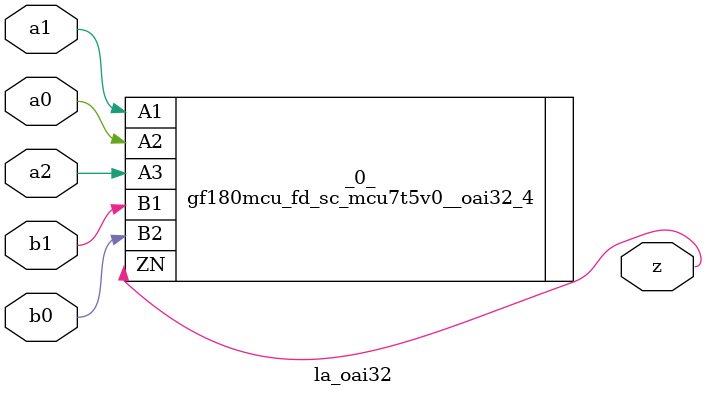
<source format=v>

/* Generated by Yosys 0.44 (git sha1 80ba43d26, g++ 11.4.0-1ubuntu1~22.04 -fPIC -O3) */

(* top =  1  *)
(* src = "generated" *)
(* keep_hierarchy *)
module la_oai32 (
    a0,
    a1,
    a2,
    b0,
    b1,
    z
);
  (* src = "generated" *)
  input a0;
  wire a0;
  (* src = "generated" *)
  input a1;
  wire a1;
  (* src = "generated" *)
  input a2;
  wire a2;
  (* src = "generated" *)
  input b0;
  wire b0;
  (* src = "generated" *)
  input b1;
  wire b1;
  (* src = "generated" *)
  output z;
  wire z;
  gf180mcu_fd_sc_mcu7t5v0__oai32_4 _0_ (
      .A1(a1),
      .A2(a0),
      .A3(a2),
      .B1(b1),
      .B2(b0),
      .ZN(z)
  );
endmodule

</source>
